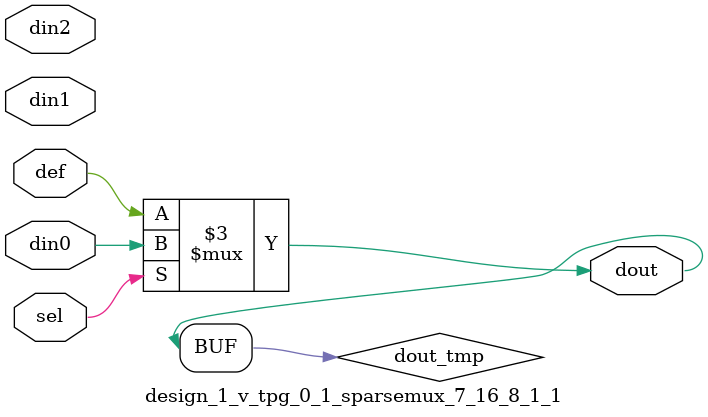
<source format=v>
`timescale 1ns / 1ps

module design_1_v_tpg_0_1_sparsemux_7_16_8_1_1 (din0,din1,din2,def,sel,dout);

parameter din0_WIDTH = 1;

parameter din1_WIDTH = 1;

parameter din2_WIDTH = 1;

parameter def_WIDTH = 1;
parameter sel_WIDTH = 1;
parameter dout_WIDTH = 1;

parameter [sel_WIDTH-1:0] CASE0 = 1;

parameter [sel_WIDTH-1:0] CASE1 = 1;

parameter [sel_WIDTH-1:0] CASE2 = 1;

parameter ID = 1;
parameter NUM_STAGE = 1;



input [din0_WIDTH-1:0] din0;

input [din1_WIDTH-1:0] din1;

input [din2_WIDTH-1:0] din2;

input [def_WIDTH-1:0] def;
input [sel_WIDTH-1:0] sel;

output [dout_WIDTH-1:0] dout;



reg [dout_WIDTH-1:0] dout_tmp;


always @ (*) begin
(* parallel_case *) case (sel)
    
    CASE0 : dout_tmp = din0;
    
    CASE1 : dout_tmp = din1;
    
    CASE2 : dout_tmp = din2;
    
    default : dout_tmp = def;
endcase
end


assign dout = dout_tmp;



endmodule

</source>
